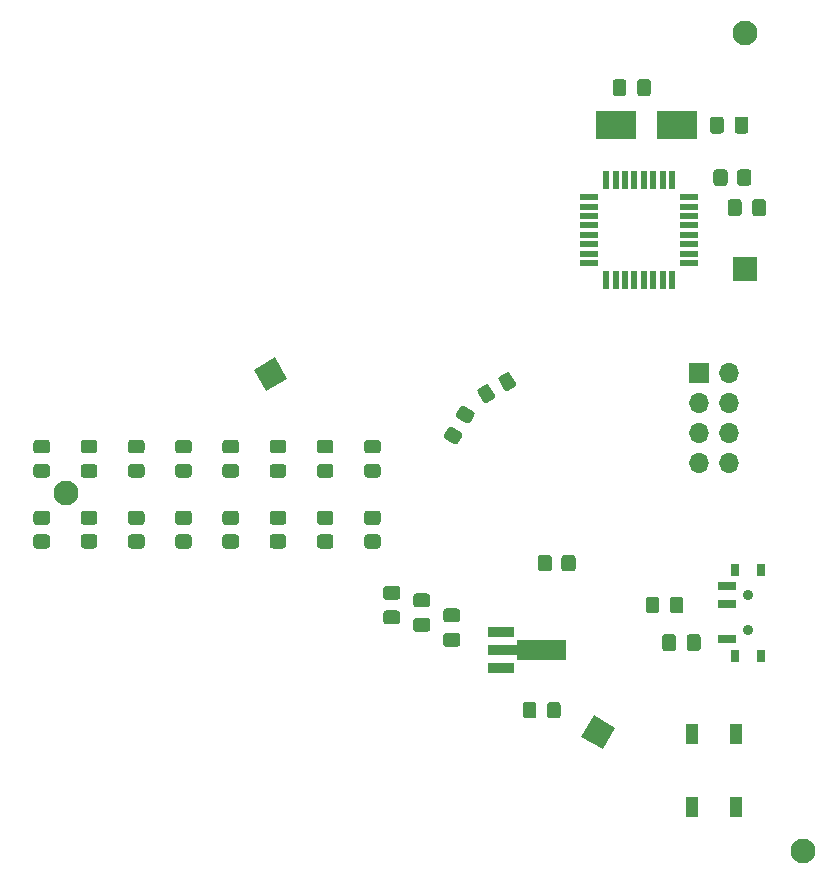
<source format=gbr>
%TF.GenerationSoftware,KiCad,Pcbnew,(5.1.9-0-10_14)*%
%TF.CreationDate,2021-08-30T14:03:39+08:00*%
%TF.ProjectId,FidgetSpinner,46696467-6574-4537-9069-6e6e65722e6b,rev?*%
%TF.SameCoordinates,Original*%
%TF.FileFunction,Soldermask,Top*%
%TF.FilePolarity,Negative*%
%FSLAX46Y46*%
G04 Gerber Fmt 4.6, Leading zero omitted, Abs format (unit mm)*
G04 Created by KiCad (PCBNEW (5.1.9-0-10_14)) date 2021-08-30 14:03:39*
%MOMM*%
%LPD*%
G01*
G04 APERTURE LIST*
%ADD10O,1.700000X1.700000*%
%ADD11R,1.700000X1.700000*%
%ADD12C,2.100000*%
%ADD13R,2.100000X2.100000*%
%ADD14C,0.100000*%
%ADD15R,3.500000X2.400000*%
%ADD16R,1.600000X0.550000*%
%ADD17R,0.550000X1.600000*%
%ADD18R,1.100000X1.800000*%
%ADD19R,0.800000X1.000000*%
%ADD20R,1.500000X0.700000*%
%ADD21C,0.900000*%
%ADD22R,2.300000X0.900000*%
G04 APERTURE END LIST*
D10*
%TO.C,J1*%
X116205000Y-100330000D03*
X113665000Y-100330000D03*
X116205000Y-97790000D03*
X113665000Y-97790000D03*
X116205000Y-95250000D03*
X113665000Y-95250000D03*
X116205000Y-92710000D03*
D11*
X113665000Y-92710000D03*
%TD*%
D12*
%TO.C,BT3*%
X117500000Y-63970000D03*
D13*
X117500000Y-83970000D03*
%TD*%
D12*
%TO.C,BT2*%
X122453665Y-133170000D03*
D14*
G36*
X105517484Y-124604327D02*
G01*
X103698830Y-123554327D01*
X104748830Y-121735673D01*
X106567484Y-122785673D01*
X105517484Y-124604327D01*
G37*
%TD*%
D12*
%TO.C,BT1*%
X60046335Y-102860000D03*
D14*
G36*
X75932516Y-92475673D02*
G01*
X77751170Y-91425673D01*
X78801170Y-93244327D01*
X76982516Y-94294327D01*
X75932516Y-92475673D01*
G37*
%TD*%
D15*
%TO.C,Y1*%
X106620000Y-71755000D03*
X111820000Y-71755000D03*
%TD*%
D16*
%TO.C,U1*%
X112835000Y-77845000D03*
X112835000Y-78645000D03*
X112835000Y-79445000D03*
X112835000Y-80245000D03*
X112835000Y-81045000D03*
X112835000Y-81845000D03*
X112835000Y-82645000D03*
X112835000Y-83445000D03*
D17*
X111385000Y-84895000D03*
X110585000Y-84895000D03*
X109785000Y-84895000D03*
X108985000Y-84895000D03*
X108185000Y-84895000D03*
X107385000Y-84895000D03*
X106585000Y-84895000D03*
X105785000Y-84895000D03*
D16*
X104335000Y-83445000D03*
X104335000Y-82645000D03*
X104335000Y-81845000D03*
X104335000Y-81045000D03*
X104335000Y-80245000D03*
X104335000Y-79445000D03*
X104335000Y-78645000D03*
X104335000Y-77845000D03*
D17*
X105785000Y-76395000D03*
X106585000Y-76395000D03*
X107385000Y-76395000D03*
X108185000Y-76395000D03*
X108985000Y-76395000D03*
X109785000Y-76395000D03*
X110585000Y-76395000D03*
X111385000Y-76395000D03*
%TD*%
D18*
%TO.C,SW2*%
X116785000Y-123265000D03*
X116785000Y-129465000D03*
X113085000Y-123265000D03*
X113085000Y-129465000D03*
%TD*%
D19*
%TO.C,SW1*%
X116695000Y-116680000D03*
X116695000Y-109380000D03*
X118905000Y-109380000D03*
X118905000Y-116680000D03*
D20*
X116045000Y-110780000D03*
X116045000Y-112280000D03*
X116045000Y-115280000D03*
D21*
X117805000Y-111530000D03*
X117805000Y-114530000D03*
%TD*%
%TO.C,R10*%
G36*
G01*
X101200000Y-108388999D02*
X101200000Y-109289001D01*
G75*
G02*
X100950001Y-109539000I-249999J0D01*
G01*
X100249999Y-109539000D01*
G75*
G02*
X100000000Y-109289001I0J249999D01*
G01*
X100000000Y-108388999D01*
G75*
G02*
X100249999Y-108139000I249999J0D01*
G01*
X100950001Y-108139000D01*
G75*
G02*
X101200000Y-108388999I0J-249999D01*
G01*
G37*
G36*
G01*
X103200000Y-108388999D02*
X103200000Y-109289001D01*
G75*
G02*
X102950001Y-109539000I-249999J0D01*
G01*
X102249999Y-109539000D01*
G75*
G02*
X102000000Y-109289001I0J249999D01*
G01*
X102000000Y-108388999D01*
G75*
G02*
X102249999Y-108139000I249999J0D01*
G01*
X102950001Y-108139000D01*
G75*
G02*
X103200000Y-108388999I0J-249999D01*
G01*
G37*
%TD*%
%TO.C,R9*%
G36*
G01*
X116875000Y-76650001D02*
X116875000Y-75749999D01*
G75*
G02*
X117124999Y-75500000I249999J0D01*
G01*
X117825001Y-75500000D01*
G75*
G02*
X118075000Y-75749999I0J-249999D01*
G01*
X118075000Y-76650001D01*
G75*
G02*
X117825001Y-76900000I-249999J0D01*
G01*
X117124999Y-76900000D01*
G75*
G02*
X116875000Y-76650001I0J249999D01*
G01*
G37*
G36*
G01*
X114875000Y-76650001D02*
X114875000Y-75749999D01*
G75*
G02*
X115124999Y-75500000I249999J0D01*
G01*
X115825001Y-75500000D01*
G75*
G02*
X116075000Y-75749999I0J-249999D01*
G01*
X116075000Y-76650001D01*
G75*
G02*
X115825001Y-76900000I-249999J0D01*
G01*
X115124999Y-76900000D01*
G75*
G02*
X114875000Y-76650001I0J249999D01*
G01*
G37*
%TD*%
%TO.C,R8*%
G36*
G01*
X86450001Y-105600000D02*
X85549999Y-105600000D01*
G75*
G02*
X85300000Y-105350001I0J249999D01*
G01*
X85300000Y-104649999D01*
G75*
G02*
X85549999Y-104400000I249999J0D01*
G01*
X86450001Y-104400000D01*
G75*
G02*
X86700000Y-104649999I0J-249999D01*
G01*
X86700000Y-105350001D01*
G75*
G02*
X86450001Y-105600000I-249999J0D01*
G01*
G37*
G36*
G01*
X86450001Y-107600000D02*
X85549999Y-107600000D01*
G75*
G02*
X85300000Y-107350001I0J249999D01*
G01*
X85300000Y-106649999D01*
G75*
G02*
X85549999Y-106400000I249999J0D01*
G01*
X86450001Y-106400000D01*
G75*
G02*
X86700000Y-106649999I0J-249999D01*
G01*
X86700000Y-107350001D01*
G75*
G02*
X86450001Y-107600000I-249999J0D01*
G01*
G37*
%TD*%
%TO.C,R7*%
G36*
G01*
X82450001Y-105600000D02*
X81549999Y-105600000D01*
G75*
G02*
X81300000Y-105350001I0J249999D01*
G01*
X81300000Y-104649999D01*
G75*
G02*
X81549999Y-104400000I249999J0D01*
G01*
X82450001Y-104400000D01*
G75*
G02*
X82700000Y-104649999I0J-249999D01*
G01*
X82700000Y-105350001D01*
G75*
G02*
X82450001Y-105600000I-249999J0D01*
G01*
G37*
G36*
G01*
X82450001Y-107600000D02*
X81549999Y-107600000D01*
G75*
G02*
X81300000Y-107350001I0J249999D01*
G01*
X81300000Y-106649999D01*
G75*
G02*
X81549999Y-106400000I249999J0D01*
G01*
X82450001Y-106400000D01*
G75*
G02*
X82700000Y-106649999I0J-249999D01*
G01*
X82700000Y-107350001D01*
G75*
G02*
X82450001Y-107600000I-249999J0D01*
G01*
G37*
%TD*%
%TO.C,R6*%
G36*
G01*
X78450001Y-105600000D02*
X77549999Y-105600000D01*
G75*
G02*
X77300000Y-105350001I0J249999D01*
G01*
X77300000Y-104649999D01*
G75*
G02*
X77549999Y-104400000I249999J0D01*
G01*
X78450001Y-104400000D01*
G75*
G02*
X78700000Y-104649999I0J-249999D01*
G01*
X78700000Y-105350001D01*
G75*
G02*
X78450001Y-105600000I-249999J0D01*
G01*
G37*
G36*
G01*
X78450001Y-107600000D02*
X77549999Y-107600000D01*
G75*
G02*
X77300000Y-107350001I0J249999D01*
G01*
X77300000Y-106649999D01*
G75*
G02*
X77549999Y-106400000I249999J0D01*
G01*
X78450001Y-106400000D01*
G75*
G02*
X78700000Y-106649999I0J-249999D01*
G01*
X78700000Y-107350001D01*
G75*
G02*
X78450001Y-107600000I-249999J0D01*
G01*
G37*
%TD*%
%TO.C,R5*%
G36*
G01*
X74450001Y-105600000D02*
X73549999Y-105600000D01*
G75*
G02*
X73300000Y-105350001I0J249999D01*
G01*
X73300000Y-104649999D01*
G75*
G02*
X73549999Y-104400000I249999J0D01*
G01*
X74450001Y-104400000D01*
G75*
G02*
X74700000Y-104649999I0J-249999D01*
G01*
X74700000Y-105350001D01*
G75*
G02*
X74450001Y-105600000I-249999J0D01*
G01*
G37*
G36*
G01*
X74450001Y-107600000D02*
X73549999Y-107600000D01*
G75*
G02*
X73300000Y-107350001I0J249999D01*
G01*
X73300000Y-106649999D01*
G75*
G02*
X73549999Y-106400000I249999J0D01*
G01*
X74450001Y-106400000D01*
G75*
G02*
X74700000Y-106649999I0J-249999D01*
G01*
X74700000Y-107350001D01*
G75*
G02*
X74450001Y-107600000I-249999J0D01*
G01*
G37*
%TD*%
%TO.C,R4*%
G36*
G01*
X70450001Y-105600000D02*
X69549999Y-105600000D01*
G75*
G02*
X69300000Y-105350001I0J249999D01*
G01*
X69300000Y-104649999D01*
G75*
G02*
X69549999Y-104400000I249999J0D01*
G01*
X70450001Y-104400000D01*
G75*
G02*
X70700000Y-104649999I0J-249999D01*
G01*
X70700000Y-105350001D01*
G75*
G02*
X70450001Y-105600000I-249999J0D01*
G01*
G37*
G36*
G01*
X70450001Y-107600000D02*
X69549999Y-107600000D01*
G75*
G02*
X69300000Y-107350001I0J249999D01*
G01*
X69300000Y-106649999D01*
G75*
G02*
X69549999Y-106400000I249999J0D01*
G01*
X70450001Y-106400000D01*
G75*
G02*
X70700000Y-106649999I0J-249999D01*
G01*
X70700000Y-107350001D01*
G75*
G02*
X70450001Y-107600000I-249999J0D01*
G01*
G37*
%TD*%
%TO.C,R3*%
G36*
G01*
X66450001Y-105600000D02*
X65549999Y-105600000D01*
G75*
G02*
X65300000Y-105350001I0J249999D01*
G01*
X65300000Y-104649999D01*
G75*
G02*
X65549999Y-104400000I249999J0D01*
G01*
X66450001Y-104400000D01*
G75*
G02*
X66700000Y-104649999I0J-249999D01*
G01*
X66700000Y-105350001D01*
G75*
G02*
X66450001Y-105600000I-249999J0D01*
G01*
G37*
G36*
G01*
X66450001Y-107600000D02*
X65549999Y-107600000D01*
G75*
G02*
X65300000Y-107350001I0J249999D01*
G01*
X65300000Y-106649999D01*
G75*
G02*
X65549999Y-106400000I249999J0D01*
G01*
X66450001Y-106400000D01*
G75*
G02*
X66700000Y-106649999I0J-249999D01*
G01*
X66700000Y-107350001D01*
G75*
G02*
X66450001Y-107600000I-249999J0D01*
G01*
G37*
%TD*%
%TO.C,R2*%
G36*
G01*
X62450001Y-105600000D02*
X61549999Y-105600000D01*
G75*
G02*
X61300000Y-105350001I0J249999D01*
G01*
X61300000Y-104649999D01*
G75*
G02*
X61549999Y-104400000I249999J0D01*
G01*
X62450001Y-104400000D01*
G75*
G02*
X62700000Y-104649999I0J-249999D01*
G01*
X62700000Y-105350001D01*
G75*
G02*
X62450001Y-105600000I-249999J0D01*
G01*
G37*
G36*
G01*
X62450001Y-107600000D02*
X61549999Y-107600000D01*
G75*
G02*
X61300000Y-107350001I0J249999D01*
G01*
X61300000Y-106649999D01*
G75*
G02*
X61549999Y-106400000I249999J0D01*
G01*
X62450001Y-106400000D01*
G75*
G02*
X62700000Y-106649999I0J-249999D01*
G01*
X62700000Y-107350001D01*
G75*
G02*
X62450001Y-107600000I-249999J0D01*
G01*
G37*
%TD*%
%TO.C,R1*%
G36*
G01*
X58450001Y-105600000D02*
X57549999Y-105600000D01*
G75*
G02*
X57300000Y-105350001I0J249999D01*
G01*
X57300000Y-104649999D01*
G75*
G02*
X57549999Y-104400000I249999J0D01*
G01*
X58450001Y-104400000D01*
G75*
G02*
X58700000Y-104649999I0J-249999D01*
G01*
X58700000Y-105350001D01*
G75*
G02*
X58450001Y-105600000I-249999J0D01*
G01*
G37*
G36*
G01*
X58450001Y-107600000D02*
X57549999Y-107600000D01*
G75*
G02*
X57300000Y-107350001I0J249999D01*
G01*
X57300000Y-106649999D01*
G75*
G02*
X57549999Y-106400000I249999J0D01*
G01*
X58450001Y-106400000D01*
G75*
G02*
X58700000Y-106649999I0J-249999D01*
G01*
X58700000Y-107350001D01*
G75*
G02*
X58450001Y-107600000I-249999J0D01*
G01*
G37*
%TD*%
%TO.C,Q1*%
G36*
G01*
X95905288Y-93815288D02*
X96355289Y-94594712D01*
G75*
G02*
X96263784Y-94936217I-216505J-125000D01*
G01*
X95700865Y-95261218D01*
G75*
G02*
X95359360Y-95169712I-125000J216505D01*
G01*
X94909359Y-94390287D01*
G75*
G02*
X95000865Y-94048783I216505J124999D01*
G01*
X95563784Y-93723782D01*
G75*
G02*
X95905288Y-93815288I124999J-216505D01*
G01*
G37*
G36*
G01*
X97680640Y-92790288D02*
X98130641Y-93569712D01*
G75*
G02*
X98039136Y-93911217I-216505J-125000D01*
G01*
X97476217Y-94236218D01*
G75*
G02*
X97134712Y-94144712I-125000J216505D01*
G01*
X96684711Y-93365287D01*
G75*
G02*
X96776217Y-93023783I216505J124999D01*
G01*
X97339136Y-92698782D01*
G75*
G02*
X97680640Y-92790288I124999J-216505D01*
G01*
G37*
%TD*%
%TO.C,L1*%
G36*
G01*
X111185000Y-112845001D02*
X111185000Y-111944999D01*
G75*
G02*
X111434999Y-111695000I249999J0D01*
G01*
X112085001Y-111695000D01*
G75*
G02*
X112335000Y-111944999I0J-249999D01*
G01*
X112335000Y-112845001D01*
G75*
G02*
X112085001Y-113095000I-249999J0D01*
G01*
X111434999Y-113095000D01*
G75*
G02*
X111185000Y-112845001I0J249999D01*
G01*
G37*
G36*
G01*
X109135000Y-112845001D02*
X109135000Y-111944999D01*
G75*
G02*
X109384999Y-111695000I249999J0D01*
G01*
X110035001Y-111695000D01*
G75*
G02*
X110285000Y-111944999I0J-249999D01*
G01*
X110285000Y-112845001D01*
G75*
G02*
X110035001Y-113095000I-249999J0D01*
G01*
X109384999Y-113095000D01*
G75*
G02*
X109135000Y-112845001I0J249999D01*
G01*
G37*
%TD*%
D14*
%TO.C,HS1*%
G36*
X102360000Y-117071500D02*
G01*
X98235000Y-117071500D01*
X98235000Y-116655000D01*
X95760000Y-116655000D01*
X95760000Y-115755000D01*
X98235000Y-115755000D01*
X98235000Y-115338500D01*
X102360000Y-115338500D01*
X102360000Y-117071500D01*
G37*
D22*
X96910000Y-117705000D03*
X96910000Y-114705000D03*
%TD*%
%TO.C,D17*%
G36*
G01*
X86450001Y-99550000D02*
X85549999Y-99550000D01*
G75*
G02*
X85300000Y-99300001I0J249999D01*
G01*
X85300000Y-98649999D01*
G75*
G02*
X85549999Y-98400000I249999J0D01*
G01*
X86450001Y-98400000D01*
G75*
G02*
X86700000Y-98649999I0J-249999D01*
G01*
X86700000Y-99300001D01*
G75*
G02*
X86450001Y-99550000I-249999J0D01*
G01*
G37*
G36*
G01*
X86450001Y-101600000D02*
X85549999Y-101600000D01*
G75*
G02*
X85300000Y-101350001I0J249999D01*
G01*
X85300000Y-100699999D01*
G75*
G02*
X85549999Y-100450000I249999J0D01*
G01*
X86450001Y-100450000D01*
G75*
G02*
X86700000Y-100699999I0J-249999D01*
G01*
X86700000Y-101350001D01*
G75*
G02*
X86450001Y-101600000I-249999J0D01*
G01*
G37*
%TD*%
%TO.C,D16*%
G36*
G01*
X82450001Y-99550000D02*
X81549999Y-99550000D01*
G75*
G02*
X81300000Y-99300001I0J249999D01*
G01*
X81300000Y-98649999D01*
G75*
G02*
X81549999Y-98400000I249999J0D01*
G01*
X82450001Y-98400000D01*
G75*
G02*
X82700000Y-98649999I0J-249999D01*
G01*
X82700000Y-99300001D01*
G75*
G02*
X82450001Y-99550000I-249999J0D01*
G01*
G37*
G36*
G01*
X82450001Y-101600000D02*
X81549999Y-101600000D01*
G75*
G02*
X81300000Y-101350001I0J249999D01*
G01*
X81300000Y-100699999D01*
G75*
G02*
X81549999Y-100450000I249999J0D01*
G01*
X82450001Y-100450000D01*
G75*
G02*
X82700000Y-100699999I0J-249999D01*
G01*
X82700000Y-101350001D01*
G75*
G02*
X82450001Y-101600000I-249999J0D01*
G01*
G37*
%TD*%
%TO.C,D15*%
G36*
G01*
X78450001Y-99550000D02*
X77549999Y-99550000D01*
G75*
G02*
X77300000Y-99300001I0J249999D01*
G01*
X77300000Y-98649999D01*
G75*
G02*
X77549999Y-98400000I249999J0D01*
G01*
X78450001Y-98400000D01*
G75*
G02*
X78700000Y-98649999I0J-249999D01*
G01*
X78700000Y-99300001D01*
G75*
G02*
X78450001Y-99550000I-249999J0D01*
G01*
G37*
G36*
G01*
X78450001Y-101600000D02*
X77549999Y-101600000D01*
G75*
G02*
X77300000Y-101350001I0J249999D01*
G01*
X77300000Y-100699999D01*
G75*
G02*
X77549999Y-100450000I249999J0D01*
G01*
X78450001Y-100450000D01*
G75*
G02*
X78700000Y-100699999I0J-249999D01*
G01*
X78700000Y-101350001D01*
G75*
G02*
X78450001Y-101600000I-249999J0D01*
G01*
G37*
%TD*%
%TO.C,D14*%
G36*
G01*
X74450001Y-99550000D02*
X73549999Y-99550000D01*
G75*
G02*
X73300000Y-99300001I0J249999D01*
G01*
X73300000Y-98649999D01*
G75*
G02*
X73549999Y-98400000I249999J0D01*
G01*
X74450001Y-98400000D01*
G75*
G02*
X74700000Y-98649999I0J-249999D01*
G01*
X74700000Y-99300001D01*
G75*
G02*
X74450001Y-99550000I-249999J0D01*
G01*
G37*
G36*
G01*
X74450001Y-101600000D02*
X73549999Y-101600000D01*
G75*
G02*
X73300000Y-101350001I0J249999D01*
G01*
X73300000Y-100699999D01*
G75*
G02*
X73549999Y-100450000I249999J0D01*
G01*
X74450001Y-100450000D01*
G75*
G02*
X74700000Y-100699999I0J-249999D01*
G01*
X74700000Y-101350001D01*
G75*
G02*
X74450001Y-101600000I-249999J0D01*
G01*
G37*
%TD*%
%TO.C,D13*%
G36*
G01*
X70450001Y-99550000D02*
X69549999Y-99550000D01*
G75*
G02*
X69300000Y-99300001I0J249999D01*
G01*
X69300000Y-98649999D01*
G75*
G02*
X69549999Y-98400000I249999J0D01*
G01*
X70450001Y-98400000D01*
G75*
G02*
X70700000Y-98649999I0J-249999D01*
G01*
X70700000Y-99300001D01*
G75*
G02*
X70450001Y-99550000I-249999J0D01*
G01*
G37*
G36*
G01*
X70450001Y-101600000D02*
X69549999Y-101600000D01*
G75*
G02*
X69300000Y-101350001I0J249999D01*
G01*
X69300000Y-100699999D01*
G75*
G02*
X69549999Y-100450000I249999J0D01*
G01*
X70450001Y-100450000D01*
G75*
G02*
X70700000Y-100699999I0J-249999D01*
G01*
X70700000Y-101350001D01*
G75*
G02*
X70450001Y-101600000I-249999J0D01*
G01*
G37*
%TD*%
%TO.C,D12*%
G36*
G01*
X66450001Y-99550000D02*
X65549999Y-99550000D01*
G75*
G02*
X65300000Y-99300001I0J249999D01*
G01*
X65300000Y-98649999D01*
G75*
G02*
X65549999Y-98400000I249999J0D01*
G01*
X66450001Y-98400000D01*
G75*
G02*
X66700000Y-98649999I0J-249999D01*
G01*
X66700000Y-99300001D01*
G75*
G02*
X66450001Y-99550000I-249999J0D01*
G01*
G37*
G36*
G01*
X66450001Y-101600000D02*
X65549999Y-101600000D01*
G75*
G02*
X65300000Y-101350001I0J249999D01*
G01*
X65300000Y-100699999D01*
G75*
G02*
X65549999Y-100450000I249999J0D01*
G01*
X66450001Y-100450000D01*
G75*
G02*
X66700000Y-100699999I0J-249999D01*
G01*
X66700000Y-101350001D01*
G75*
G02*
X66450001Y-101600000I-249999J0D01*
G01*
G37*
%TD*%
%TO.C,D11*%
G36*
G01*
X62450001Y-99550000D02*
X61549999Y-99550000D01*
G75*
G02*
X61300000Y-99300001I0J249999D01*
G01*
X61300000Y-98649999D01*
G75*
G02*
X61549999Y-98400000I249999J0D01*
G01*
X62450001Y-98400000D01*
G75*
G02*
X62700000Y-98649999I0J-249999D01*
G01*
X62700000Y-99300001D01*
G75*
G02*
X62450001Y-99550000I-249999J0D01*
G01*
G37*
G36*
G01*
X62450001Y-101600000D02*
X61549999Y-101600000D01*
G75*
G02*
X61300000Y-101350001I0J249999D01*
G01*
X61300000Y-100699999D01*
G75*
G02*
X61549999Y-100450000I249999J0D01*
G01*
X62450001Y-100450000D01*
G75*
G02*
X62700000Y-100699999I0J-249999D01*
G01*
X62700000Y-101350001D01*
G75*
G02*
X62450001Y-101600000I-249999J0D01*
G01*
G37*
%TD*%
%TO.C,D10*%
G36*
G01*
X58450001Y-99550000D02*
X57549999Y-99550000D01*
G75*
G02*
X57300000Y-99300001I0J249999D01*
G01*
X57300000Y-98649999D01*
G75*
G02*
X57549999Y-98400000I249999J0D01*
G01*
X58450001Y-98400000D01*
G75*
G02*
X58700000Y-98649999I0J-249999D01*
G01*
X58700000Y-99300001D01*
G75*
G02*
X58450001Y-99550000I-249999J0D01*
G01*
G37*
G36*
G01*
X58450001Y-101600000D02*
X57549999Y-101600000D01*
G75*
G02*
X57300000Y-101350001I0J249999D01*
G01*
X57300000Y-100699999D01*
G75*
G02*
X57549999Y-100450000I249999J0D01*
G01*
X58450001Y-100450000D01*
G75*
G02*
X58700000Y-100699999I0J-249999D01*
G01*
X58700000Y-101350001D01*
G75*
G02*
X58450001Y-101600000I-249999J0D01*
G01*
G37*
%TD*%
%TO.C,D2*%
G36*
G01*
X93959713Y-96990289D02*
X93180287Y-96540288D01*
G75*
G02*
X93088782Y-96198784I125000J216505D01*
G01*
X93413783Y-95635865D01*
G75*
G02*
X93755288Y-95544359I216505J-124999D01*
G01*
X94534713Y-95994360D01*
G75*
G02*
X94626218Y-96335864I-125000J-216505D01*
G01*
X94301217Y-96898783D01*
G75*
G02*
X93959713Y-96990289I-216505J124999D01*
G01*
G37*
G36*
G01*
X92934713Y-98765641D02*
X92155287Y-98315640D01*
G75*
G02*
X92063782Y-97974136I125000J216505D01*
G01*
X92388783Y-97411217D01*
G75*
G02*
X92730288Y-97319711I216505J-124999D01*
G01*
X93509713Y-97769712D01*
G75*
G02*
X93601218Y-98111216I-125000J-216505D01*
G01*
X93276217Y-98674135D01*
G75*
G02*
X92934713Y-98765641I-216505J124999D01*
G01*
G37*
%TD*%
%TO.C,D1*%
G36*
G01*
X100780000Y-121735001D02*
X100780000Y-120834999D01*
G75*
G02*
X101029999Y-120585000I249999J0D01*
G01*
X101680001Y-120585000D01*
G75*
G02*
X101930000Y-120834999I0J-249999D01*
G01*
X101930000Y-121735001D01*
G75*
G02*
X101680001Y-121985000I-249999J0D01*
G01*
X101029999Y-121985000D01*
G75*
G02*
X100780000Y-121735001I0J249999D01*
G01*
G37*
G36*
G01*
X98730000Y-121735001D02*
X98730000Y-120834999D01*
G75*
G02*
X98979999Y-120585000I249999J0D01*
G01*
X99630001Y-120585000D01*
G75*
G02*
X99880000Y-120834999I0J-249999D01*
G01*
X99880000Y-121735001D01*
G75*
G02*
X99630001Y-121985000I-249999J0D01*
G01*
X98979999Y-121985000D01*
G75*
G02*
X98730000Y-121735001I0J249999D01*
G01*
G37*
%TD*%
%TO.C,C8*%
G36*
G01*
X117257500Y-78265000D02*
X117257500Y-79215000D01*
G75*
G02*
X117007500Y-79465000I-250000J0D01*
G01*
X116332500Y-79465000D01*
G75*
G02*
X116082500Y-79215000I0J250000D01*
G01*
X116082500Y-78265000D01*
G75*
G02*
X116332500Y-78015000I250000J0D01*
G01*
X117007500Y-78015000D01*
G75*
G02*
X117257500Y-78265000I0J-250000D01*
G01*
G37*
G36*
G01*
X119332500Y-78265000D02*
X119332500Y-79215000D01*
G75*
G02*
X119082500Y-79465000I-250000J0D01*
G01*
X118407500Y-79465000D01*
G75*
G02*
X118157500Y-79215000I0J250000D01*
G01*
X118157500Y-78265000D01*
G75*
G02*
X118407500Y-78015000I250000J0D01*
G01*
X119082500Y-78015000D01*
G75*
G02*
X119332500Y-78265000I0J-250000D01*
G01*
G37*
%TD*%
%TO.C,C6*%
G36*
G01*
X88105000Y-111945000D02*
X87155000Y-111945000D01*
G75*
G02*
X86905000Y-111695000I0J250000D01*
G01*
X86905000Y-111020000D01*
G75*
G02*
X87155000Y-110770000I250000J0D01*
G01*
X88105000Y-110770000D01*
G75*
G02*
X88355000Y-111020000I0J-250000D01*
G01*
X88355000Y-111695000D01*
G75*
G02*
X88105000Y-111945000I-250000J0D01*
G01*
G37*
G36*
G01*
X88105000Y-114020000D02*
X87155000Y-114020000D01*
G75*
G02*
X86905000Y-113770000I0J250000D01*
G01*
X86905000Y-113095000D01*
G75*
G02*
X87155000Y-112845000I250000J0D01*
G01*
X88105000Y-112845000D01*
G75*
G02*
X88355000Y-113095000I0J-250000D01*
G01*
X88355000Y-113770000D01*
G75*
G02*
X88105000Y-114020000I-250000J0D01*
G01*
G37*
%TD*%
%TO.C,C5*%
G36*
G01*
X90645000Y-112580000D02*
X89695000Y-112580000D01*
G75*
G02*
X89445000Y-112330000I0J250000D01*
G01*
X89445000Y-111655000D01*
G75*
G02*
X89695000Y-111405000I250000J0D01*
G01*
X90645000Y-111405000D01*
G75*
G02*
X90895000Y-111655000I0J-250000D01*
G01*
X90895000Y-112330000D01*
G75*
G02*
X90645000Y-112580000I-250000J0D01*
G01*
G37*
G36*
G01*
X90645000Y-114655000D02*
X89695000Y-114655000D01*
G75*
G02*
X89445000Y-114405000I0J250000D01*
G01*
X89445000Y-113730000D01*
G75*
G02*
X89695000Y-113480000I250000J0D01*
G01*
X90645000Y-113480000D01*
G75*
G02*
X90895000Y-113730000I0J-250000D01*
G01*
X90895000Y-114405000D01*
G75*
G02*
X90645000Y-114655000I-250000J0D01*
G01*
G37*
%TD*%
%TO.C,C4*%
G36*
G01*
X93185000Y-113850000D02*
X92235000Y-113850000D01*
G75*
G02*
X91985000Y-113600000I0J250000D01*
G01*
X91985000Y-112925000D01*
G75*
G02*
X92235000Y-112675000I250000J0D01*
G01*
X93185000Y-112675000D01*
G75*
G02*
X93435000Y-112925000I0J-250000D01*
G01*
X93435000Y-113600000D01*
G75*
G02*
X93185000Y-113850000I-250000J0D01*
G01*
G37*
G36*
G01*
X93185000Y-115925000D02*
X92235000Y-115925000D01*
G75*
G02*
X91985000Y-115675000I0J250000D01*
G01*
X91985000Y-115000000D01*
G75*
G02*
X92235000Y-114750000I250000J0D01*
G01*
X93185000Y-114750000D01*
G75*
G02*
X93435000Y-115000000I0J-250000D01*
G01*
X93435000Y-115675000D01*
G75*
G02*
X93185000Y-115925000I-250000J0D01*
G01*
G37*
%TD*%
%TO.C,C3*%
G36*
G01*
X111712500Y-115095000D02*
X111712500Y-116045000D01*
G75*
G02*
X111462500Y-116295000I-250000J0D01*
G01*
X110787500Y-116295000D01*
G75*
G02*
X110537500Y-116045000I0J250000D01*
G01*
X110537500Y-115095000D01*
G75*
G02*
X110787500Y-114845000I250000J0D01*
G01*
X111462500Y-114845000D01*
G75*
G02*
X111712500Y-115095000I0J-250000D01*
G01*
G37*
G36*
G01*
X113787500Y-115095000D02*
X113787500Y-116045000D01*
G75*
G02*
X113537500Y-116295000I-250000J0D01*
G01*
X112862500Y-116295000D01*
G75*
G02*
X112612500Y-116045000I0J250000D01*
G01*
X112612500Y-115095000D01*
G75*
G02*
X112862500Y-114845000I250000J0D01*
G01*
X113537500Y-114845000D01*
G75*
G02*
X113787500Y-115095000I0J-250000D01*
G01*
G37*
%TD*%
%TO.C,C2*%
G36*
G01*
X107500000Y-68105000D02*
X107500000Y-69055000D01*
G75*
G02*
X107250000Y-69305000I-250000J0D01*
G01*
X106575000Y-69305000D01*
G75*
G02*
X106325000Y-69055000I0J250000D01*
G01*
X106325000Y-68105000D01*
G75*
G02*
X106575000Y-67855000I250000J0D01*
G01*
X107250000Y-67855000D01*
G75*
G02*
X107500000Y-68105000I0J-250000D01*
G01*
G37*
G36*
G01*
X109575000Y-68105000D02*
X109575000Y-69055000D01*
G75*
G02*
X109325000Y-69305000I-250000J0D01*
G01*
X108650000Y-69305000D01*
G75*
G02*
X108400000Y-69055000I0J250000D01*
G01*
X108400000Y-68105000D01*
G75*
G02*
X108650000Y-67855000I250000J0D01*
G01*
X109325000Y-67855000D01*
G75*
G02*
X109575000Y-68105000I0J-250000D01*
G01*
G37*
%TD*%
%TO.C,C1*%
G36*
G01*
X115755000Y-71280000D02*
X115755000Y-72230000D01*
G75*
G02*
X115505000Y-72480000I-250000J0D01*
G01*
X114830000Y-72480000D01*
G75*
G02*
X114580000Y-72230000I0J250000D01*
G01*
X114580000Y-71280000D01*
G75*
G02*
X114830000Y-71030000I250000J0D01*
G01*
X115505000Y-71030000D01*
G75*
G02*
X115755000Y-71280000I0J-250000D01*
G01*
G37*
G36*
G01*
X117830000Y-71280000D02*
X117830000Y-72230000D01*
G75*
G02*
X117580000Y-72480000I-250000J0D01*
G01*
X116905000Y-72480000D01*
G75*
G02*
X116655000Y-72230000I0J250000D01*
G01*
X116655000Y-71280000D01*
G75*
G02*
X116905000Y-71030000I250000J0D01*
G01*
X117580000Y-71030000D01*
G75*
G02*
X117830000Y-71280000I0J-250000D01*
G01*
G37*
%TD*%
M02*

</source>
